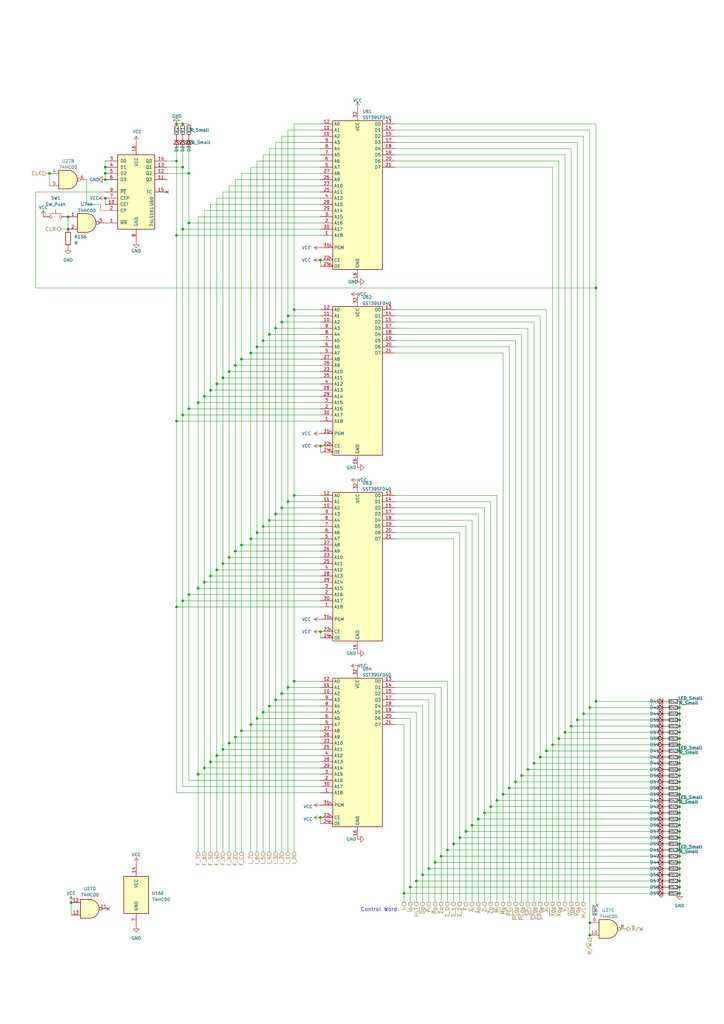
<source format=kicad_sch>
(kicad_sch (version 20230121) (generator eeschema)
  (paper "A3" portrait)
  (junction (at 43.18 81.28))
  (junction (at 244.475 118.11))
  (junction (at 91.44 154.94))
  (junction (at 86.36 160.02))
  (junction (at 278.765 333.375))
  (junction (at 96.52 302.26))
  (junction (at 74.93 170.18))
  (junction (at 120.65 279.4))
  (junction (at 77.47 167.64))
  (junction (at 77.47 243.84))
  (junction (at 115.57 208.28))
  (junction (at 173.355 358.775))
  (junction (at 278.765 363.855))
  (junction (at 198.755 333.375))
  (junction (at 241.935 378.46))
  (junction (at 278.765 307.975))
  (junction (at 43.18 71.12))
  (junction (at 278.765 338.455))
  (junction (at 219.075 313.055))
  (junction (at 221.615 310.515))
  (junction (at 72.39 96.52))
  (junction (at 131.445 335.28))
  (junction (at 118.11 205.74))
  (junction (at 74.93 93.98))
  (junction (at 96.52 149.86))
  (junction (at 239.395 292.735))
  (junction (at 278.765 348.615))
  (junction (at 93.98 228.6))
  (junction (at 211.455 320.675))
  (junction (at 72.39 172.72))
  (junction (at 234.315 297.815))
  (junction (at 93.98 152.4))
  (junction (at 115.57 132.08))
  (junction (at 81.28 165.1))
  (junction (at 83.82 162.56))
  (junction (at 77.47 91.44))
  (junction (at 278.765 328.295))
  (junction (at 229.235 302.895))
  (junction (at 72.39 66.04))
  (junction (at 193.675 338.455))
  (junction (at 278.765 295.275))
  (junction (at 74.93 50.8))
  (junction (at 105.41 142.24))
  (junction (at 83.82 314.96))
  (junction (at 168.275 363.855))
  (junction (at 178.435 353.695))
  (junction (at 86.36 236.22))
  (junction (at 278.765 302.895))
  (junction (at 99.06 223.52))
  (junction (at 43.18 73.66))
  (junction (at 86.36 312.42))
  (junction (at 226.695 305.435))
  (junction (at 216.535 315.595))
  (junction (at 118.11 129.54))
  (junction (at 77.47 71.12))
  (junction (at 93.98 304.8))
  (junction (at 131.445 182.88))
  (junction (at 165.735 366.395))
  (junction (at 88.9 233.68))
  (junction (at 206.375 325.755))
  (junction (at 278.765 292.735))
  (junction (at 278.765 343.535))
  (junction (at 72.39 248.92))
  (junction (at 102.87 297.18))
  (junction (at 88.9 309.88))
  (junction (at 43.18 68.58))
  (junction (at 213.995 318.135))
  (junction (at 99.06 147.32))
  (junction (at 278.765 330.835))
  (junction (at 244.475 287.655))
  (junction (at 278.765 300.355))
  (junction (at 81.28 317.5))
  (junction (at 278.765 366.395))
  (junction (at 99.06 299.72))
  (junction (at 175.895 356.235))
  (junction (at 29.21 370.205))
  (junction (at 278.765 361.315))
  (junction (at 278.765 356.235))
  (junction (at 278.765 310.515))
  (junction (at 118.11 281.94))
  (junction (at 105.41 294.64))
  (junction (at 186.055 346.075))
  (junction (at 107.95 215.9))
  (junction (at 278.765 315.595))
  (junction (at 180.975 351.155))
  (junction (at 278.765 318.135))
  (junction (at 113.03 287.02))
  (junction (at 278.765 290.195))
  (junction (at 91.44 307.34))
  (junction (at 102.87 220.98))
  (junction (at 231.775 300.355))
  (junction (at 81.28 241.3))
  (junction (at 278.765 340.995))
  (junction (at 241.935 383.54))
  (junction (at 83.82 238.76))
  (junction (at 74.93 68.58))
  (junction (at 224.155 307.975))
  (junction (at 241.935 290.195))
  (junction (at 278.765 358.775))
  (junction (at 110.49 213.36))
  (junction (at 170.815 361.315))
  (junction (at 105.41 218.44))
  (junction (at 278.765 313.055))
  (junction (at 88.9 157.48))
  (junction (at 278.765 335.915))
  (junction (at 27.94 93.98))
  (junction (at 96.52 226.06))
  (junction (at 91.44 231.14))
  (junction (at 120.65 203.2))
  (junction (at 278.765 346.075))
  (junction (at 278.765 323.215))
  (junction (at 188.595 343.535))
  (junction (at 278.765 297.815))
  (junction (at 131.445 259.08))
  (junction (at 113.03 210.82))
  (junction (at 27.94 88.9))
  (junction (at 278.765 305.435))
  (junction (at 278.765 320.675))
  (junction (at 131.445 106.68))
  (junction (at 183.515 348.615))
  (junction (at 107.95 139.7))
  (junction (at 201.295 330.835))
  (junction (at 278.765 325.755))
  (junction (at 203.835 328.295))
  (junction (at 208.915 323.215))
  (junction (at 278.765 353.695))
  (junction (at 74.93 246.38))
  (junction (at 110.49 137.16))
  (junction (at 278.765 351.155))
  (junction (at 236.855 295.275))
  (junction (at 107.95 292.1))
  (junction (at 191.135 340.995))
  (junction (at 102.87 144.78))
  (junction (at 113.03 134.62))
  (junction (at 72.39 50.8))
  (junction (at 110.49 289.56))
  (junction (at 120.65 127))
  (junction (at 115.57 284.48))
  (junction (at 20.32 71.12))
  (junction (at 196.215 335.915))
  (no_connect (at 44.45 372.745))
  (no_connect (at 68.58 78.74))
  (wire (pts (xy 14.605 78.74) (xy 14.605 118.11)))
  (wire (pts (xy 161.925 292.1) (xy 170.815 292.1)))
  (wire (pts (xy 278.765 333.375) (xy 278.765 335.915)))
  (wire (pts (xy 99.06 147.32) (xy 99.06 223.52)))
  (wire (pts (xy 93.98 228.6) (xy 93.98 304.8)))
  (wire (pts (xy 88.9 157.48) (xy 88.9 233.68)))
  (wire (pts (xy 102.87 68.58) (xy 131.445 68.58)))
  (wire (pts (xy 173.355 358.775) (xy 173.355 370.205)))
  (wire (pts (xy 81.28 165.1) (xy 131.445 165.1)))
  (wire (pts (xy 278.765 335.915) (xy 278.765 338.455)))
  (wire (pts (xy 278.765 330.835) (xy 278.765 333.375)))
  (wire (pts (xy 278.765 292.735) (xy 278.765 295.275)))
  (wire (pts (xy 278.765 300.355) (xy 278.765 302.895)))
  (wire (pts (xy 244.475 50.8) (xy 244.475 118.11)))
  (wire (pts (xy 99.06 223.52) (xy 99.06 299.72)))
  (wire (pts (xy 131.445 157.48) (xy 88.9 157.48)))
  (wire (pts (xy 278.765 343.535) (xy 278.765 346.075)))
  (wire (pts (xy 81.28 241.3) (xy 81.28 317.5)))
  (wire (pts (xy 91.44 154.94) (xy 131.445 154.94)))
  (wire (pts (xy 198.755 208.28) (xy 198.755 333.375)))
  (wire (pts (xy 186.055 220.98) (xy 186.055 346.075)))
  (wire (pts (xy 161.925 139.7) (xy 211.455 139.7)))
  (wire (pts (xy 211.455 139.7) (xy 211.455 320.675)))
  (wire (pts (xy 105.41 294.64) (xy 105.41 349.25)))
  (wire (pts (xy 198.755 333.375) (xy 268.605 333.375)))
  (wire (pts (xy 161.925 281.94) (xy 180.975 281.94)))
  (wire (pts (xy 107.95 215.9) (xy 107.95 292.1)))
  (wire (pts (xy 229.235 302.895) (xy 229.235 370.205)))
  (wire (pts (xy 74.93 60.96) (xy 74.93 68.58)))
  (wire (pts (xy 81.28 317.5) (xy 81.28 349.25)))
  (wire (pts (xy 29.21 370.205) (xy 29.21 375.285)))
  (wire (pts (xy 186.055 346.075) (xy 186.055 370.205)))
  (wire (pts (xy 231.775 300.355) (xy 231.775 370.205)))
  (wire (pts (xy 219.075 132.08) (xy 219.075 313.055)))
  (wire (pts (xy 91.44 231.14) (xy 131.445 231.14)))
  (wire (pts (xy 74.93 246.38) (xy 131.445 246.38)))
  (wire (pts (xy 83.82 314.96) (xy 83.82 349.25)))
  (wire (pts (xy 278.765 351.155) (xy 278.765 353.695)))
  (wire (pts (xy 278.765 290.195) (xy 278.765 292.735)))
  (wire (pts (xy 72.39 96.52) (xy 131.445 96.52)))
  (wire (pts (xy 105.41 218.44) (xy 131.445 218.44)))
  (wire (pts (xy 180.975 281.94) (xy 180.975 351.155)))
  (wire (pts (xy 278.765 287.655) (xy 278.765 290.195)))
  (wire (pts (xy 131.445 81.28) (xy 88.9 81.28)))
  (wire (pts (xy 96.52 302.26) (xy 131.445 302.26)))
  (wire (pts (xy 131.445 215.9) (xy 107.95 215.9)))
  (wire (pts (xy 120.65 279.4) (xy 120.65 349.25)))
  (wire (pts (xy 115.57 208.28) (xy 115.57 284.48)))
  (wire (pts (xy 99.06 299.72) (xy 99.06 349.25)))
  (wire (pts (xy 96.52 73.66) (xy 96.52 149.86)))
  (wire (pts (xy 102.87 297.18) (xy 131.445 297.18)))
  (wire (pts (xy 77.47 243.84) (xy 77.47 320.04)))
  (wire (pts (xy 110.49 60.96) (xy 110.49 137.16)))
  (wire (pts (xy 278.765 318.135) (xy 278.765 320.675)))
  (wire (pts (xy 113.03 287.02) (xy 131.445 287.02)))
  (wire (pts (xy 161.925 129.54) (xy 221.615 129.54)))
  (wire (pts (xy 102.87 220.98) (xy 102.87 297.18)))
  (wire (pts (xy 105.41 142.24) (xy 131.445 142.24)))
  (wire (pts (xy 113.03 287.02) (xy 113.03 349.25)))
  (wire (pts (xy 131.445 335.28) (xy 131.445 337.82)))
  (wire (pts (xy 239.395 292.735) (xy 268.605 292.735)))
  (wire (pts (xy 107.95 139.7) (xy 107.95 215.9)))
  (wire (pts (xy 201.295 330.835) (xy 201.295 370.205)))
  (wire (pts (xy 110.49 137.16) (xy 110.49 213.36)))
  (wire (pts (xy 198.755 333.375) (xy 198.755 370.205)))
  (wire (pts (xy 161.925 58.42) (xy 236.855 58.42)))
  (wire (pts (xy 219.075 313.055) (xy 268.605 313.055)))
  (wire (pts (xy 72.39 172.72) (xy 131.445 172.72)))
  (wire (pts (xy 161.925 144.78) (xy 206.375 144.78)))
  (wire (pts (xy 96.52 226.06) (xy 96.52 302.26)))
  (wire (pts (xy 118.11 129.54) (xy 118.11 205.74)))
  (wire (pts (xy 77.47 320.04) (xy 131.445 320.04)))
  (wire (pts (xy 196.215 210.82) (xy 196.215 335.915)))
  (wire (pts (xy 91.44 78.74) (xy 131.445 78.74)))
  (wire (pts (xy 278.765 356.235) (xy 278.765 358.775)))
  (wire (pts (xy 93.98 76.2) (xy 131.445 76.2)))
  (wire (pts (xy 72.39 66.04) (xy 72.39 96.52)))
  (wire (pts (xy 165.735 366.395) (xy 165.735 370.205)))
  (wire (pts (xy 14.605 118.11) (xy 244.475 118.11)))
  (wire (pts (xy 183.515 279.4) (xy 183.515 348.615)))
  (wire (pts (xy 241.935 290.195) (xy 268.605 290.195)))
  (wire (pts (xy 180.975 351.155) (xy 180.975 370.205)))
  (wire (pts (xy 213.995 318.135) (xy 213.995 370.205)))
  (wire (pts (xy 241.935 53.34) (xy 241.935 290.195)))
  (wire (pts (xy 161.925 289.56) (xy 173.355 289.56)))
  (wire (pts (xy 74.93 93.98) (xy 74.93 170.18)))
  (wire (pts (xy 219.075 313.055) (xy 219.075 370.205)))
  (wire (pts (xy 131.445 86.36) (xy 83.82 86.36)))
  (wire (pts (xy 96.52 226.06) (xy 131.445 226.06)))
  (wire (pts (xy 113.03 210.82) (xy 131.445 210.82)))
  (wire (pts (xy 77.47 91.44) (xy 77.47 167.64)))
  (wire (pts (xy 105.41 142.24) (xy 105.41 218.44)))
  (wire (pts (xy 168.275 294.64) (xy 168.275 363.855)))
  (wire (pts (xy 74.93 50.8) (xy 77.47 50.8)))
  (wire (pts (xy 221.615 129.54) (xy 221.615 310.515)))
  (wire (pts (xy 244.475 287.655) (xy 268.605 287.655)))
  (wire (pts (xy 102.87 297.18) (xy 102.87 349.25)))
  (wire (pts (xy 278.765 315.595) (xy 278.765 318.135)))
  (wire (pts (xy 170.815 361.315) (xy 268.605 361.315)))
  (wire (pts (xy 93.98 76.2) (xy 93.98 152.4)))
  (wire (pts (xy 81.28 241.3) (xy 131.445 241.3)))
  (wire (pts (xy 201.295 330.835) (xy 268.605 330.835)))
  (wire (pts (xy 120.65 50.8) (xy 131.445 50.8)))
  (wire (pts (xy 118.11 281.94) (xy 118.11 349.25)))
  (wire (pts (xy 175.895 356.235) (xy 175.895 370.205)))
  (wire (pts (xy 161.925 63.5) (xy 231.775 63.5)))
  (wire (pts (xy 170.815 292.1) (xy 170.815 361.315)))
  (wire (pts (xy 43.18 71.12) (xy 43.18 73.66)))
  (wire (pts (xy 278.765 358.775) (xy 278.765 361.315)))
  (wire (pts (xy 161.925 218.44) (xy 188.595 218.44)))
  (wire (pts (xy 24.765 93.98) (xy 27.94 93.98)))
  (wire (pts (xy 74.93 170.18) (xy 131.445 170.18)))
  (wire (pts (xy 221.615 310.515) (xy 268.605 310.515)))
  (wire (pts (xy 168.275 363.855) (xy 168.275 370.205)))
  (wire (pts (xy 226.695 305.435) (xy 226.695 370.205)))
  (wire (pts (xy 27.94 88.9) (xy 27.94 93.98)))
  (wire (pts (xy 86.36 236.22) (xy 131.445 236.22)))
  (wire (pts (xy 120.65 203.2) (xy 131.445 203.2)))
  (wire (pts (xy 175.895 287.02) (xy 175.895 356.235)))
  (wire (pts (xy 278.765 353.695) (xy 278.765 356.235)))
  (wire (pts (xy 278.765 328.295) (xy 278.765 330.835)))
  (wire (pts (xy 161.925 220.98) (xy 186.055 220.98)))
  (wire (pts (xy 231.775 63.5) (xy 231.775 300.355)))
  (wire (pts (xy 113.03 58.42) (xy 113.03 134.62)))
  (wire (pts (xy 278.765 297.815) (xy 278.765 300.355)))
  (wire (pts (xy 35.56 73.66) (xy 35.56 83.82)))
  (wire (pts (xy 206.375 144.78) (xy 206.375 325.755)))
  (wire (pts (xy 83.82 162.56) (xy 83.82 238.76)))
  (wire (pts (xy 278.765 361.315) (xy 278.765 363.855)))
  (wire (pts (xy 118.11 53.34) (xy 118.11 129.54)))
  (wire (pts (xy 113.03 210.82) (xy 113.03 287.02)))
  (wire (pts (xy 88.9 309.88) (xy 88.9 349.25)))
  (wire (pts (xy 105.41 66.04) (xy 105.41 142.24)))
  (wire (pts (xy 196.215 335.915) (xy 196.215 370.205)))
  (wire (pts (xy 41.275 86.36) (xy 41.275 83.82)))
  (wire (pts (xy 86.36 160.02) (xy 131.445 160.02)))
  (wire (pts (xy 110.49 60.96) (xy 131.445 60.96)))
  (wire (pts (xy 131.445 259.08) (xy 131.445 261.62)))
  (wire (pts (xy 102.87 68.58) (xy 102.87 144.78)))
  (wire (pts (xy 86.36 83.82) (xy 86.36 160.02)))
  (wire (pts (xy 105.41 218.44) (xy 105.41 294.64)))
  (wire (pts (xy 161.925 134.62) (xy 216.535 134.62)))
  (wire (pts (xy 234.315 297.815) (xy 268.605 297.815)))
  (wire (pts (xy 93.98 304.8) (xy 93.98 349.25)))
  (wire (pts (xy 68.58 66.04) (xy 72.39 66.04)))
  (wire (pts (xy 193.675 338.455) (xy 268.605 338.455)))
  (wire (pts (xy 224.155 307.975) (xy 268.605 307.975)))
  (wire (pts (xy 236.855 295.275) (xy 268.605 295.275)))
  (wire (pts (xy 236.855 295.275) (xy 236.855 370.205)))
  (wire (pts (xy 175.895 356.235) (xy 268.605 356.235)))
  (wire (pts (xy 278.765 325.755) (xy 278.765 328.295)))
  (wire (pts (xy 99.06 299.72) (xy 131.445 299.72)))
  (wire (pts (xy 168.275 363.855) (xy 268.605 363.855)))
  (wire (pts (xy 102.87 144.78) (xy 131.445 144.78)))
  (wire (pts (xy 77.47 60.96) (xy 77.47 71.12)))
  (wire (pts (xy 93.98 152.4) (xy 93.98 228.6)))
  (wire (pts (xy 178.435 353.695) (xy 268.605 353.695)))
  (wire (pts (xy 93.98 304.8) (xy 131.445 304.8)))
  (wire (pts (xy 120.65 279.4) (xy 131.445 279.4)))
  (wire (pts (xy 77.47 243.84) (xy 131.445 243.84)))
  (wire (pts (xy 131.445 106.68) (xy 131.445 109.22)))
  (wire (pts (xy 72.39 172.72) (xy 72.39 248.92)))
  (wire (pts (xy 81.28 317.5) (xy 131.445 317.5)))
  (wire (pts (xy 161.925 53.34) (xy 241.935 53.34)))
  (wire (pts (xy 161.925 68.58) (xy 226.695 68.58)))
  (wire (pts (xy 20.32 71.12) (xy 20.32 76.2)))
  (wire (pts (xy 278.765 307.975) (xy 278.765 310.515)))
  (wire (pts (xy 91.44 231.14) (xy 91.44 307.34)))
  (wire (pts (xy 191.135 340.995) (xy 268.605 340.995)))
  (wire (pts (xy 105.41 66.04) (xy 131.445 66.04)))
  (wire (pts (xy 68.58 68.58) (xy 74.93 68.58)))
  (wire (pts (xy 120.65 203.2) (xy 120.65 279.4)))
  (wire (pts (xy 161.925 215.9) (xy 191.135 215.9)))
  (wire (pts (xy 131.445 238.76) (xy 83.82 238.76)))
  (wire (pts (xy 201.295 205.74) (xy 201.295 330.835)))
  (wire (pts (xy 131.445 162.56) (xy 83.82 162.56)))
  (wire (pts (xy 74.93 93.98) (xy 131.445 93.98)))
  (wire (pts (xy 86.36 83.82) (xy 131.445 83.82)))
  (wire (pts (xy 72.39 50.8) (xy 74.93 50.8)))
  (wire (pts (xy 120.65 50.8) (xy 120.65 127)))
  (wire (pts (xy 203.835 328.295) (xy 268.605 328.295)))
  (wire (pts (xy 161.925 60.96) (xy 234.315 60.96)))
  (wire (pts (xy 102.87 220.98) (xy 131.445 220.98)))
  (wire (pts (xy 216.535 134.62) (xy 216.535 315.595)))
  (wire (pts (xy 211.455 320.675) (xy 211.455 370.205)))
  (wire (pts (xy 113.03 58.42) (xy 131.445 58.42)))
  (wire (pts (xy 43.18 78.74) (xy 14.605 78.74)))
  (wire (pts (xy 191.135 340.995) (xy 191.135 370.205)))
  (wire (pts (xy 239.395 55.88) (xy 239.395 292.735)))
  (wire (pts (xy 278.765 295.275) (xy 278.765 297.815)))
  (wire (pts (xy 77.47 167.64) (xy 77.47 243.84)))
  (wire (pts (xy 41.275 83.82) (xy 35.56 83.82)))
  (wire (pts (xy 131.445 314.96) (xy 83.82 314.96)))
  (wire (pts (xy 77.47 71.12) (xy 77.47 91.44)))
  (wire (pts (xy 161.925 66.04) (xy 229.235 66.04)))
  (wire (pts (xy 239.395 292.735) (xy 239.395 370.205)))
  (wire (pts (xy 110.49 137.16) (xy 131.445 137.16)))
  (wire (pts (xy 178.435 353.695) (xy 178.435 370.205)))
  (wire (pts (xy 105.41 294.64) (xy 131.445 294.64)))
  (wire (pts (xy 206.375 325.755) (xy 268.605 325.755)))
  (wire (pts (xy 278.765 363.855) (xy 278.765 366.395)))
  (wire (pts (xy 188.595 343.535) (xy 188.595 370.205)))
  (wire (pts (xy 72.39 248.92) (xy 72.39 325.12)))
  (wire (pts (xy 278.765 323.215) (xy 278.765 325.755)))
  (wire (pts (xy 183.515 348.615) (xy 268.605 348.615)))
  (wire (pts (xy 208.915 142.24) (xy 208.915 323.215)))
  (wire (pts (xy 231.775 300.355) (xy 268.605 300.355)))
  (wire (pts (xy 188.595 218.44) (xy 188.595 343.535)))
  (wire (pts (xy 96.52 73.66) (xy 131.445 73.66)))
  (wire (pts (xy 43.18 81.28) (xy 43.18 83.82)))
  (wire (pts (xy 88.9 81.28) (xy 88.9 157.48)))
  (wire (pts (xy 221.615 310.515) (xy 221.615 370.205)))
  (wire (pts (xy 43.18 66.04) (xy 43.18 68.58)))
  (wire (pts (xy 183.515 279.4) (xy 161.925 279.4)))
  (wire (pts (xy 86.36 312.42) (xy 86.36 349.25)))
  (wire (pts (xy 188.595 343.535) (xy 268.605 343.535)))
  (wire (pts (xy 161.925 132.08) (xy 219.075 132.08)))
  (wire (pts (xy 224.155 307.975) (xy 224.155 370.205)))
  (wire (pts (xy 203.835 328.295) (xy 203.835 370.205)))
  (wire (pts (xy 110.49 289.56) (xy 131.445 289.56)))
  (wire (pts (xy 93.98 228.6) (xy 131.445 228.6)))
  (wire (pts (xy 196.215 335.915) (xy 268.605 335.915)))
  (wire (pts (xy 96.52 302.26) (xy 96.52 349.25)))
  (wire (pts (xy 278.765 313.055) (xy 278.765 315.595)))
  (wire (pts (xy 241.935 290.195) (xy 241.935 378.46)))
  (wire (pts (xy 131.445 182.88) (xy 131.445 185.42)))
  (wire (pts (xy 178.435 284.48) (xy 178.435 353.695)))
  (wire (pts (xy 110.49 213.36) (xy 131.445 213.36)))
  (wire (pts (xy 93.98 152.4) (xy 131.445 152.4)))
  (wire (pts (xy 234.315 297.815) (xy 234.315 370.205)))
  (wire (pts (xy 115.57 132.08) (xy 131.445 132.08)))
  (wire (pts (xy 118.11 129.54) (xy 131.445 129.54)))
  (wire (pts (xy 72.39 66.04) (xy 72.39 60.96)))
  (wire (pts (xy 96.52 149.86) (xy 96.52 226.06)))
  (wire (pts (xy 115.57 284.48) (xy 131.445 284.48)))
  (wire (pts (xy 74.93 322.58) (xy 131.445 322.58)))
  (wire (pts (xy 43.18 68.58) (xy 43.18 71.12)))
  (wire (pts (xy 115.57 55.88) (xy 131.445 55.88)))
  (wire (pts (xy 74.93 246.38) (xy 74.93 322.58)))
  (wire (pts (xy 193.675 338.455) (xy 193.675 370.205)))
  (wire (pts (xy 131.445 292.1) (xy 107.95 292.1)))
  (wire (pts (xy 244.475 118.11) (xy 244.475 287.655)))
  (wire (pts (xy 118.11 205.74) (xy 131.445 205.74)))
  (wire (pts (xy 115.57 284.48) (xy 115.57 349.25)))
  (wire (pts (xy 180.975 351.155) (xy 268.605 351.155)))
  (wire (pts (xy 74.93 68.58) (xy 74.93 93.98)))
  (wire (pts (xy 236.855 58.42) (xy 236.855 295.275)))
  (wire (pts (xy 96.52 149.86) (xy 131.445 149.86)))
  (wire (pts (xy 278.765 305.435) (xy 278.765 307.975)))
  (wire (pts (xy 118.11 53.34) (xy 131.445 53.34)))
  (wire (pts (xy 161.925 142.24) (xy 208.915 142.24)))
  (wire (pts (xy 102.87 144.78) (xy 102.87 220.98)))
  (wire (pts (xy 191.135 215.9) (xy 191.135 340.995)))
  (wire (pts (xy 131.445 139.7) (xy 107.95 139.7)))
  (wire (pts (xy 113.03 134.62) (xy 113.03 210.82)))
  (wire (pts (xy 244.475 287.655) (xy 244.475 370.84)))
  (wire (pts (xy 208.915 323.215) (xy 208.915 370.205)))
  (wire (pts (xy 170.815 361.315) (xy 170.815 370.205)))
  (wire (pts (xy 91.44 78.74) (xy 91.44 154.94)))
  (wire (pts (xy 229.235 66.04) (xy 229.235 302.895)))
  (wire (pts (xy 113.03 134.62) (xy 131.445 134.62)))
  (wire (pts (xy 131.445 63.5) (xy 107.95 63.5)))
  (wire (pts (xy 107.95 63.5) (xy 107.95 139.7)))
  (wire (pts (xy 186.055 346.075) (xy 268.605 346.075)))
  (wire (pts (xy 208.915 323.215) (xy 268.605 323.215)))
  (wire (pts (xy 161.925 297.18) (xy 165.735 297.18)))
  (wire (pts (xy 245.745 370.84) (xy 244.475 370.84)))
  (wire (pts (xy 161.925 213.36) (xy 193.675 213.36)))
  (wire (pts (xy 99.06 71.12) (xy 131.445 71.12)))
  (wire (pts (xy 165.735 297.18) (xy 165.735 366.395)))
  (wire (pts (xy 86.36 160.02) (xy 86.36 236.22)))
  (wire (pts (xy 91.44 307.34) (xy 91.44 349.25)))
  (wire (pts (xy 213.995 137.16) (xy 213.995 318.135)))
  (wire (pts (xy 120.65 127) (xy 120.65 203.2)))
  (wire (pts (xy 19.05 71.12) (xy 20.32 71.12)))
  (wire (pts (xy 241.935 378.46) (xy 241.935 383.54)))
  (wire (pts (xy 161.925 287.02) (xy 175.895 287.02)))
  (wire (pts (xy 173.355 289.56) (xy 173.355 358.775)))
  (wire (pts (xy 91.44 307.34) (xy 131.445 307.34)))
  (wire (pts (xy 224.155 127) (xy 224.155 307.975)))
  (wire (pts (xy 86.36 312.42) (xy 131.445 312.42)))
  (wire (pts (xy 99.06 71.12) (xy 99.06 147.32)))
  (wire (pts (xy 211.455 320.675) (xy 268.605 320.675)))
  (wire (pts (xy 278.765 348.615) (xy 278.765 351.155)))
  (wire (pts (xy 278.765 338.455) (xy 278.765 340.995)))
  (wire (pts (xy 173.355 358.775) (xy 268.605 358.775)))
  (wire (pts (xy 118.11 281.94) (xy 131.445 281.94)))
  (wire (pts (xy 107.95 292.1) (xy 107.95 349.25)))
  (wire (pts (xy 77.47 167.64) (xy 131.445 167.64)))
  (wire (pts (xy 161.925 203.2) (xy 203.835 203.2)))
  (wire (pts (xy 91.44 154.94) (xy 91.44 231.14)))
  (wire (pts (xy 81.28 88.9) (xy 131.445 88.9)))
  (wire (pts (xy 72.39 325.12) (xy 131.445 325.12)))
  (wire (pts (xy 161.925 127) (xy 224.155 127)))
  (wire (pts (xy 131.445 233.68) (xy 88.9 233.68)))
  (wire (pts (xy 183.515 348.615) (xy 183.515 370.205)))
  (wire (pts (xy 193.675 213.36) (xy 193.675 338.455)))
  (wire (pts (xy 77.47 91.44) (xy 131.445 91.44)))
  (wire (pts (xy 278.765 340.995) (xy 278.765 343.535)))
  (wire (pts (xy 83.82 86.36) (xy 83.82 162.56)))
  (wire (pts (xy 216.535 315.595) (xy 268.605 315.595)))
  (wire (pts (xy 81.28 165.1) (xy 81.28 241.3)))
  (wire (pts (xy 203.835 203.2) (xy 203.835 328.295)))
  (wire (pts (xy 72.39 96.52) (xy 72.39 172.72)))
  (wire (pts (xy 88.9 233.68) (xy 88.9 309.88)))
  (wire (pts (xy 278.765 302.895) (xy 278.765 305.435)))
  (wire (pts (xy 74.93 170.18) (xy 74.93 246.38)))
  (wire (pts (xy 229.235 302.895) (xy 268.605 302.895)))
  (wire (pts (xy 115.57 132.08) (xy 115.57 208.28)))
  (wire (pts (xy 278.765 310.515) (xy 278.765 313.055)))
  (wire (pts (xy 81.28 88.9) (xy 81.28 165.1)))
  (wire (pts (xy 110.49 289.56) (xy 110.49 349.25)))
  (wire (pts (xy 234.315 60.96) (xy 234.315 297.815)))
  (wire (pts (xy 213.995 318.135) (xy 268.605 318.135)))
  (wire (pts (xy 161.925 50.8) (xy 244.475 50.8)))
  (wire (pts (xy 196.215 210.82) (xy 161.925 210.82)))
  (wire (pts (xy 278.765 320.675) (xy 278.765 323.215)))
  (wire (pts (xy 99.06 223.52) (xy 131.445 223.52)))
  (wire (pts (xy 226.695 305.435) (xy 268.605 305.435)))
  (wire (pts (xy 278.765 346.075) (xy 278.765 348.615)))
  (wire (pts (xy 161.925 205.74) (xy 201.295 205.74)))
  (wire (pts (xy 43.18 86.36) (xy 41.275 86.36)))
  (wire (pts (xy 161.925 55.88) (xy 239.395 55.88)))
  (wire (pts (xy 120.65 127) (xy 131.445 127)))
  (wire (pts (xy 161.925 208.28) (xy 198.755 208.28)))
  (wire (pts (xy 161.925 294.64) (xy 168.275 294.64)))
  (wire (pts (xy 216.535 315.595) (xy 216.535 370.205)))
  (wire (pts (xy 131.445 309.88) (xy 88.9 309.88)))
  (wire (pts (xy 99.06 147.32) (xy 131.445 147.32)))
  (wire (pts (xy 115.57 208.28) (xy 131.445 208.28)))
  (wire (pts (xy 161.925 137.16) (xy 213.995 137.16)))
  (wire (pts (xy 226.695 68.58) (xy 226.695 305.435)))
  (wire (pts (xy 115.57 55.88) (xy 115.57 132.08)))
  (wire (pts (xy 72.39 248.92) (xy 131.445 248.92)))
  (wire (pts (xy 86.36 236.22) (xy 86.36 312.42)))
  (wire (pts (xy 118.11 205.74) (xy 118.11 281.94)))
  (wire (pts (xy 165.735 366.395) (xy 268.605 366.395)))
  (wire (pts (xy 178.435 284.48) (xy 161.925 284.48)))
  (wire (pts (xy 83.82 238.76) (xy 83.82 314.96)))
  (wire (pts (xy 68.58 71.12) (xy 77.47 71.12)))
  (wire (pts (xy 241.935 383.54) (xy 241.935 384.81)))
  (wire (pts (xy 110.49 213.36) (xy 110.49 289.56)))
  (wire (pts (xy 206.375 325.755) (xy 206.375 370.205)))
  (text "Control Word\n" (at 147.955 374.015 0) (effects (font (size 1.524 1.524)) (justify left bottom)))
  (label "~{RMS}" (at 245.745 370.84 270) (effects (font (size 1.524 1.524))))
  (hierarchical_label "~{M_{I}}" (shape output) (at 203.835 370.205 270) (effects (font (size 1.524 1.524))))
  (hierarchical_label "I_6" (shape input) (at 105.41 349.25 270) (effects (font (size 1.524 1.524))))
  (hierarchical_label "F_V" (shape input) (at 91.44 349.25 270) (effects (font (size 1.524 1.524))))
  (hierarchical_label "~{Y_{I}}" (shape output) (at 231.775 370.205 270) (effects (font (size 1.524 1.524))))
  (hierarchical_label "R{slash}~{W}" (shape output) (at 241.935 384.81 270) (effects (font (size 1.524 1.524))))
  (hierarchical_label "~{P}_{O}" (shape output) (at 178.435 370.205 270) (effects (font (size 1.524 1.524))))
  (hierarchical_label "~{X_{Oa}}" (shape output) (at 229.235 370.205 270) (effects (font (size 1.524 1.524))))
  (hierarchical_label "~{I}_{O}" (shape output) (at 168.275 370.205 270) (effects (font (size 1.524 1.524))))
  (hierarchical_label "CLK" (shape input) (at 19.05 71.12 180) (effects (font (size 1.524 1.524))))
  (hierarchical_label "~{R}{slash}W" (shape output) (at 257.175 381 0) (effects (font (size 1.524 1.524))))
  (hierarchical_label "CLR" (shape output) (at 24.765 93.98 180) (effects (font (size 1.524 1.524))))
  (hierarchical_label "~{A}_{I}" (shape output) (at 193.675 370.205 270) (effects (font (size 1.524 1.524))))
  (hierarchical_label "F_N" (shape input) (at 93.98 349.25 270) (effects (font (size 1.524 1.524))))
  (hierarchical_label "F_Z" (shape input) (at 96.52 349.25 270) (effects (font (size 1.524 1.524))))
  (hierarchical_label "I_2" (shape input) (at 115.57 349.25 270) (effects (font (size 1.524 1.524))))
  (hierarchical_label "I_5" (shape input) (at 107.95 349.25 270) (effects (font (size 1.524 1.524))))
  (hierarchical_label "F_4" (shape input) (at 88.9 349.25 270) (effects (font (size 1.524 1.524))))
  (hierarchical_label "~{Y_{Od}}" (shape output) (at 234.315 370.205 270) (effects (font (size 1.524 1.524))))
  (hierarchical_label "~{X_{I}}" (shape output) (at 224.155 370.205 270) (effects (font (size 1.524 1.524))))
  (hierarchical_label "Z_{I}" (shape output) (at 198.755 370.205 270) (effects (font (size 1.524 1.524))))
  (hierarchical_label "~{X_{Od}}" (shape output) (at 226.695 370.205 270) (effects (font (size 1.524 1.524))))
  (hierarchical_label "F_5" (shape input) (at 86.36 349.25 270) (effects (font (size 1.524 1.524))))
  (hierarchical_label "F_7" (shape input) (at 81.28 349.25 270) (effects (font (size 1.524 1.524))))
  (hierarchical_label "~{F}" (shape output) (at 191.135 370.205 270) (effects (font (size 1.524 1.524))))
  (hierarchical_label "Σ_2" (shape output) (at 188.595 370.205 270) (effects (font (size 1.524 1.524))))
  (hierarchical_label "~{P}_{I}" (shape output) (at 175.895 370.205 270) (effects (font (size 1.524 1.524))))
  (hierarchical_label "~{D_{O}}" (shape output) (at 173.355 370.205 270) (effects (font (size 1.524 1.524))))
  (hierarchical_label "~{SP_{Oa}}" (shape output) (at 221.615 370.205 270) (effects (font (size 1.524 1.524))))
  (hierarchical_label "~{Y_{Oa}}" (shape output) (at 236.855 370.205 270) (effects (font (size 1.524 1.524))))
  (hierarchical_label "I_7" (shape input) (at 102.87 349.25 270) (effects (font (size 1.524 1.524))))
  (hierarchical_label "~{Z}_{O}" (shape output) (at 201.295 370.205 270) (effects (font (size 1.524 1.524))))
  (hierarchical_label "~{I}_{I}" (shape output) (at 165.735 370.205 270) (effects (font (size 1.524 1.524))))
  (hierarchical_label "I_1" (shape input) (at 118.11 349.25 270) (effects (font (size 1.524 1.524))))
  (hierarchical_label "I_3" (shape input) (at 113.03 349.25 270) (effects (font (size 1.524 1.524))))
  (hierarchical_label "~{A}_{O}" (shape output) (at 196.215 370.205 270) (effects (font (size 1.524 1.524))))
  (hierarchical_label "F_6" (shape input) (at 83.82 349.25 270) (effects (font (size 1.524 1.524))))
  (hierarchical_label "~{M_{O}}" (shape output) (at 206.375 370.205 270) (effects (font (size 1.524 1.524))))
  (hierarchical_label "HLT" (shape output) (at 170.815 370.205 270) (effects (font (size 1.524 1.524))))
  (hierarchical_label "Σ_0" (shape output) (at 183.515 370.205 270) (effects (font (size 1.524 1.524))))
  (hierarchical_label "~{SP_{I}}" (shape output) (at 216.535 370.205 270) (effects (font (size 1.524 1.524))))
  (hierarchical_label "I_0" (shape input) (at 120.65 349.25 270) (effects (font (size 1.524 1.524))))
  (hierarchical_label "~{PC_{Od}}" (shape output) (at 211.455 370.205 270) (effects (font (size 1.524 1.524))))
  (hierarchical_label "F_C" (shape input) (at 99.06 349.25 270) (effects (font (size 1.524 1.524))))
  (hierarchical_label "Σ_1" (shape output) (at 186.055 370.205 270) (effects (font (size 1.524 1.524))))
  (hierarchical_label "I_4" (shape input) (at 110.49 349.25 270) (effects (font (size 1.524 1.524))))
  (hierarchical_label "~{PC_{I}}" (shape output) (at 208.915 370.205 270) (effects (font (size 1.524 1.524))))
  (hierarchical_label "~{PC_{Oa}}" (shape output) (at 213.995 370.205 270) (effects (font (size 1.524 1.524))))
  (hierarchical_label "~{SP_{Od}}" (shape output) (at 219.075 370.205 270) (effects (font (size 1.524 1.524))))
  (hierarchical_label "H{slash}~{L}" (shape output) (at 239.395 370.205 270) (effects (font (size 1.524 1.524))))
  (hierarchical_label "~{Σ}_{O}" (shape output) (at 180.975 370.205 270) (effects (font (size 1.524 1.524))))
  (symbol (lib_id "74xx:74LS161") (at 55.88 78.74 0) (unit 1)
    (property "Reference" "U60" (at 62.23 82.55 90))
    (property "Value" "74LS161" (at 62.23 88.9 90))
    (property "Datasheet" "http://www.ti.com/lit/gpn/sn74LS161" (effects hide))
  )
  (symbol (lib_id "power:GND") (at 55.88 99.06 0) (unit 1)
    (property "Reference" "#PWR0187" (effects hide))
    (property "Value" "GND" (at 55.88 102.87 0))
  )
  (symbol (lib_id "power:VCC") (at 55.88 58.42 0) (unit 1)
    (property "Reference" "#PWR0186" (effects hide))
    (property "Value" "VCC" (at 56.261 54.0258 0))
  )
  (symbol (lib_id "power:VCC") (at 43.18 81.28 90) (unit 1)
    (property "Reference" "#PWR0185" (effects hide))
    (property "Value" "VCC" (at 38.735 81.28 90))
  )
  (symbol (lib_id "Device:R_Small") (at 276.225 351.155 90) (unit 1)
    (property "Reference" "R45" (at 276.225 351.155 90))
    (property "Value" "R_Small" (at 282.575 349.25 90))
    (instances (project "8bit-computer" (path "" (reference "R45") (unit 1)) (path "" (reference "R128") (unit 1))))
  )
  (symbol (lib_id "Memory_Flash:SST39SF040") (at 146.685 81.28 0) (unit 1)
    (property "Reference" "U61" (at 148.6409 45.72 0) (effects (justify left)))
    (property "Value" "SST39SF040" (at 148.6409 48.26 0) (effects (justify left)))
    (property "Datasheet" "http://ww1.microchip.com/downloads/en/DeviceDoc/25022B.pdf" (effects hide))
  )
  (symbol (lib_id "Device:R_Small") (at 276.225 363.855 90) (unit 1)
    (property "Reference" "R63" (at 276.225 363.855 90))
    (property "Value" "R_Small" (at 282.575 349.25 90))
    (instances (project "8bit-computer" (path "" (reference "R63") (unit 1)) (path "" (reference "R133") (unit 1))))
  )
  (symbol (lib_id "Device:LED_Small") (at 271.145 363.855 180) (unit 1)
    (property "Reference" "D58" (at 268.5415 363.855 0))
    (property "Value" "LED_Small" (at 283.1465 347.345 0))
    (instances (project "8bit-computer" (path "" (reference "D58") (unit 1)) (path "" (reference "D124") (unit 1))))
  )
  (symbol (lib_id "power:GND") (at 278.765 366.395 0) (unit 1)
    (property "Reference" "#PWR0205" (effects hide))
    (property "Value" "GND" (at 278.765 371.475 0))
  )
  (symbol (lib_id "Device:R_Small") (at 276.225 302.895 90) (unit 1)
    (property "Reference" "R63" (at 276.225 302.895 90))
    (property "Value" "R_Small" (at 282.575 288.29 90))
    (instances (project "8bit-computer" (path "" (reference "R63") (unit 1)) (path "" (reference "R109") (unit 1))))
  )
  (symbol (lib_id "Device:LED_Small") (at 271.145 356.235 180) (unit 1)
    (property "Reference" "D55" (at 268.5415 356.235 0))
    (property "Value" "LED_Small" (at 283.1465 347.345 0))
    (instances (project "8bit-computer" (path "" (reference "D55") (unit 1)) (path "" (reference "D121") (unit 1))))
  )
  (symbol (lib_id "power:VCC") (at 131.445 106.68 90) (unit 1)
    (property "Reference" "#PWR0190" (effects hide))
    (property "Value" "VCC" (at 127.635 106.6799 90) (effects (justify left)))
  )
  (symbol (lib_id "Device:R_Small") (at 276.225 328.295 90) (unit 1)
    (property "Reference" "R42" (at 276.225 328.295 90))
    (property "Value" "R_Small" (at 282.575 328.93 90))
    (instances (project "8bit-computer" (path "" (reference "R42") (unit 1)) (path "" (reference "R119") (unit 1))))
  )
  (symbol (lib_id "Device:R_Small") (at 276.225 335.915 90) (unit 1)
    (property "Reference" "R60" (at 276.225 335.915 90))
    (property "Value" "R_Small" (at 282.575 328.93 90))
    (instances (project "8bit-computer" (path "" (reference "R60") (unit 1)) (path "" (reference "R122") (unit 1))))
  )
  (symbol (lib_id "power:GND") (at 146.685 191.77 90) (unit 1)
    (property "Reference" "#PWR0200" (effects hide))
    (property "Value" "GND" (at 144.145 191.77 90))
  )
  (symbol (lib_id "Device:LED_Small") (at 271.145 297.815 180) (unit 1)
    (property "Reference" "D56" (at 268.5415 297.815 0))
    (property "Value" "LED_Small" (at 283.1465 286.385 0))
    (instances (project "8bit-computer" (path "" (reference "D56") (unit 1)) (path "" (reference "D98") (unit 1))))
  )
  (symbol (lib_id "Device:LED_Small") (at 77.47 58.42 270) (unit 1)
    (property "Reference" "D3" (at 77.47 61.0235 0))
    (property "Value" "LED_Small" (at 81.3435 58.42 90))
    (instances (project "8bit-computer" (path "" (reference "D3") (unit 1)) (path "" (reference "D93") (unit 1))))
  )
  (symbol (lib_id "power:VCC") (at 131.445 177.8 90) (unit 1)
    (property "Reference" "#PWR0191" (effects hide))
    (property "Value" "VCC" (at 127.635 177.7999 90) (effects (justify left)))
  )
  (symbol (lib_id "Device:R_Small") (at 276.225 323.215 90) (unit 1)
    (property "Reference" "R63" (at 276.225 323.215 90))
    (property "Value" "R_Small" (at 282.575 308.61 90))
    (instances (project "8bit-computer" (path "" (reference "R63") (unit 1)) (path "" (reference "R117") (unit 1))))
  )
  (symbol (lib_id "power:VCC") (at 131.445 259.08 90) (unit 1)
    (property "Reference" "#PWR0194" (effects hide))
    (property "Value" "VCC" (at 127.635 259.0799 90) (effects (justify left)))
  )
  (symbol (lib_id "Device:R_Small") (at 276.225 315.595 90) (unit 1)
    (property "Reference" "R60" (at 276.225 315.595 90))
    (property "Value" "R_Small" (at 282.575 308.61 90))
    (instances (project "8bit-computer" (path "" (reference "R60") (unit 1)) (path "" (reference "R114") (unit 1))))
  )
  (symbol (lib_id "Device:LED_Small") (at 271.145 315.595 180) (unit 1)
    (property "Reference" "D55" (at 268.5415 315.595 0))
    (property "Value" "LED_Small" (at 283.1465 306.705 0))
    (instances (project "8bit-computer" (path "" (reference "D55") (unit 1)) (path "" (reference "D105") (unit 1))))
  )
  (symbol (lib_id "Device:LED_Small") (at 271.145 335.915 180) (unit 1)
    (property "Reference" "D55" (at 268.5415 335.915 0))
    (property "Value" "LED_Small" (at 283.1465 327.025 0))
    (instances (project "8bit-computer" (path "" (reference "D55") (unit 1)) (path "" (reference "D113") (unit 1))))
  )
  (symbol (lib_id "Device:R_Small") (at 276.225 340.995 90) (unit 1)
    (property "Reference" "R62" (at 276.225 340.995 90))
    (property "Value" "R_Small" (at 282.575 328.93 90))
    (instances (project "8bit-computer" (path "" (reference "R62") (unit 1)) (path "" (reference "R124") (unit 1))))
  )
  (symbol (lib_id "74xx:74HC00") (at 36.83 372.745 0) (unit 4)
    (property "Reference" "U27" (at 36.8217 364.49 0))
    (property "Value" "74HC00" (at 36.8217 367.03 0))
    (property "Datasheet" "http://www.ti.com/lit/gpn/sn74hc00" (effects hide))
  )
  (symbol (lib_id "Device:R") (at 27.94 97.79 0) (unit 1)
    (property "Reference" "R156" (at 30.48 97.155 0) (effects (justify left)))
    (property "Value" "R" (at 30.48 99.695 0) (effects (justify left)))
  )
  (symbol (lib_id "Device:LED_Small") (at 271.145 287.655 180) (unit 1)
    (property "Reference" "D41" (at 268.5415 287.655 0))
    (property "Value" "LED_Small" (at 283.1465 286.385 0))
    (instances (project "8bit-computer" (path "" (reference "D41") (unit 1)) (path "" (reference "D94") (unit 1))))
  )
  (symbol (lib_id "Device:LED_Small") (at 271.145 353.695 180) (unit 1)
    (property "Reference" "D44" (at 268.5415 353.695 0))
    (property "Value" "LED_Small" (at 283.1465 347.345 0))
    (instances (project "8bit-computer" (path "" (reference "D44") (unit 1)) (path "" (reference "D120") (unit 1))))
  )
  (symbol (lib_id "Device:R_Small") (at 276.225 343.535 90) (unit 1)
    (property "Reference" "R63" (at 276.225 343.535 90))
    (property "Value" "R_Small" (at 282.575 328.93 90))
    (instances (project "8bit-computer" (path "" (reference "R63") (unit 1)) (path "" (reference "R125") (unit 1))))
  )
  (symbol (lib_id "Device:R_Small") (at 276.225 297.815 90) (unit 1)
    (property "Reference" "R61" (at 276.225 297.815 90))
    (property "Value" "R_Small" (at 282.575 288.29 90))
    (instances (project "8bit-computer" (path "" (reference "R61") (unit 1)) (path "" (reference "R107") (unit 1))))
  )
  (symbol (lib_id "Memory_Flash:SST39SF040") (at 146.685 309.88 0) (unit 1)
    (property "Reference" "U64" (at 148.6409 274.32 0) (effects (justify left)))
    (property "Value" "SST39SF040" (at 148.6409 276.86 0) (effects (justify left)))
    (property "Datasheet" "http://ww1.microchip.com/downloads/en/DeviceDoc/25022B.pdf" (effects hide))
  )
  (symbol (lib_id "power:VCC") (at 131.445 101.6 90) (unit 1)
    (property "Reference" "#PWR0189" (effects hide))
    (property "Value" "VCC" (at 127.635 101.5999 90) (effects (justify left)))
  )
  (symbol (lib_id "Device:LED_Small") (at 271.145 325.755 180) (unit 1)
    (property "Reference" "D59" (at 268.5415 325.755 0))
    (property "Value" "LED_Small" (at 283.1465 306.705 0))
    (instances (project "8bit-computer" (path "" (reference "D59") (unit 1)) (path "" (reference "D109") (unit 1))))
  )
  (symbol (lib_id "power:VCC") (at 131.445 330.2 90) (unit 1)
    (property "Reference" "#PWR0195" (effects hide))
    (property "Value" "VCC" (at 128.27 330.835 90) (effects (justify left)))
  )
  (symbol (lib_id "74xx:74HC00") (at 27.94 73.66 0) (unit 2)
    (property "Reference" "U27" (at 27.9317 66.04 0))
    (property "Value" "74HC00" (at 27.9317 68.58 0))
    (property "Datasheet" "http://www.ti.com/lit/gpn/sn74hc00" (effects hide))
  )
  (symbol (lib_id "Device:LED_Small") (at 271.145 340.995 180) (unit 1)
    (property "Reference" "D57" (at 268.5415 340.995 0))
    (property "Value" "LED_Small" (at 283.1465 327.025 0))
    (instances (project "8bit-computer" (path "" (reference "D57") (unit 1)) (path "" (reference "D115") (unit 1))))
  )
  (symbol (lib_id "Device:R_Small") (at 276.225 318.135 90) (unit 1)
    (property "Reference" "R61" (at 276.225 318.135 90))
    (property "Value" "R_Small" (at 282.575 308.61 90))
    (instances (project "8bit-computer" (path "" (reference "R61") (unit 1)) (path "" (reference "R115") (unit 1))))
  )
  (symbol (lib_id "power:GND") (at 146.685 115.57 90) (unit 1)
    (property "Reference" "#PWR0198" (effects hide))
    (property "Value" "GND" (at 144.78 115.57 90))
  )
  (symbol (lib_id "power:VCC") (at 17.78 88.9 0) (unit 1)
    (property "Reference" "#PWR0244" (effects hide))
    (property "Value" "VCC" (at 17.78 85.09 0))
  )
  (symbol (lib_id "Device:R_Small") (at 276.225 313.055 90) (unit 1)
    (property "Reference" "R49" (at 276.225 313.055 90))
    (property "Value" "R_Small" (at 282.575 308.61 90))
    (instances (project "8bit-computer" (path "" (reference "R49") (unit 1)) (path "" (reference "R113") (unit 1))))
  )
  (symbol (lib_id "Device:R_Small") (at 276.225 346.075 90) (unit 1)
    (property "Reference" "R64" (at 276.225 346.075 90))
    (property "Value" "R_Small" (at 282.575 328.93 90))
    (instances (project "8bit-computer" (path "" (reference "R64") (unit 1)) (path "" (reference "R126") (unit 1))))
  )
  (symbol (lib_id "Device:LED_Small") (at 72.39 58.42 270) (unit 1)
    (property "Reference" "D1" (at 72.39 61.0235 0))
    (property "Value" "LED_Small" (effects hide))
    (instances (project "8bit-computer" (path "" (reference "D1") (unit 1)) (path "" (reference "D91") (unit 1))))
  )
  (symbol (lib_id "Device:R_Small") (at 276.225 356.235 90) (unit 1)
    (property "Reference" "R60" (at 276.225 356.235 90))
    (property "Value" "R_Small" (at 282.575 349.25 90))
    (instances (project "8bit-computer" (path "" (reference "R60") (unit 1)) (path "" (reference "R130") (unit 1))))
  )
  (symbol (lib_id "Device:LED_Small") (at 271.145 348.615 180) (unit 1)
    (property "Reference" "D41" (at 268.5415 348.615 0))
    (property "Value" "LED_Small" (at 283.1465 347.345 0))
    (instances (project "8bit-computer" (path "" (reference "D41") (unit 1)) (path "" (reference "D118") (unit 1))))
  )
  (symbol (lib_id "Device:LED_Small") (at 271.145 320.675 180) (unit 1)
    (property "Reference" "D57" (at 268.5415 320.675 0))
    (property "Value" "LED_Small" (at 283.1465 306.705 0))
    (instances (project "8bit-computer" (path "" (reference "D57") (unit 1)) (path "" (reference "D107") (unit 1))))
  )
  (symbol (lib_id "Device:LED_Small") (at 271.145 338.455 180) (unit 1)
    (property "Reference" "D56" (at 268.5415 338.455 0))
    (property "Value" "LED_Small" (at 283.1465 327.025 0))
    (instances (project "8bit-computer" (path "" (reference "D56") (unit 1)) (path "" (reference "D114") (unit 1))))
  )
  (symbol (lib_id "Device:LED_Small") (at 271.145 305.435 180) (unit 1)
    (property "Reference" "D59" (at 268.5415 305.435 0))
    (property "Value" "LED_Small" (at 283.1465 286.385 0))
    (instances (project "8bit-computer" (path "" (reference "D59") (unit 1)) (path "" (reference "D101") (unit 1))))
  )
  (symbol (lib_id "power:GND") (at 146.685 267.97 90) (unit 1)
    (property "Reference" "#PWR0202" (effects hide))
    (property "Value" "GND" (at 144.145 267.97 90))
  )
  (symbol (lib_id "Device:LED_Small") (at 271.145 346.075 180) (unit 1)
    (property "Reference" "D59" (at 268.5415 346.075 0))
    (property "Value" "LED_Small" (at 283.1465 327.025 0))
    (instances (project "8bit-computer" (path "" (reference "D59") (unit 1)) (path "" (reference "D117") (unit 1))))
  )
  (symbol (lib_id "power:VCC") (at 29.21 370.205 0) (unit 1)
    (property "Reference" "#PWR0249" (effects hide))
    (property "Value" "VCC" (at 29.21 366.395 0))
  )
  (symbol (lib_id "Device:LED_Small") (at 271.145 333.375 180) (unit 1)
    (property "Reference" "D44" (at 268.5415 333.375 0))
    (property "Value" "LED_Small" (at 283.1465 327.025 0))
    (instances (project "8bit-computer" (path "" (reference "D44") (unit 1)) (path "" (reference "D112") (unit 1))))
  )
  (symbol (lib_id "Device:R_Small") (at 276.225 300.355 90) (unit 1)
    (property "Reference" "R62" (at 276.225 300.355 90))
    (property "Value" "R_Small" (at 282.575 288.29 90))
    (instances (project "8bit-computer" (path "" (reference "R62") (unit 1)) (path "" (reference "R108") (unit 1))))
  )
  (symbol (lib_id "Device:LED_Small") (at 271.145 366.395 180) (unit 1)
    (property "Reference" "D59" (at 268.5415 366.395 0))
    (property "Value" "LED_Small" (at 283.1465 347.345 0))
    (instances (project "8bit-computer" (path "" (reference "D59") (unit 1)) (path "" (reference "D125") (unit 1))))
  )
  (symbol (lib_id "74xx:74HC00") (at 35.56 91.44 0) (unit 1)
    (property "Reference" "U74" (at 35.5517 83.82 0))
    (property "Value" "74HC00" (at 35.5517 86.36 0))
    (property "Datasheet" "http://www.ti.com/lit/gpn/sn74hc00" (effects hide))
  )
  (symbol (lib_id "Device:LED_Small") (at 271.145 307.975 180) (unit 1)
    (property "Reference" "D41" (at 268.5415 307.975 0))
    (property "Value" "LED_Small" (at 283.1465 306.705 0))
    (instances (project "8bit-computer" (path "" (reference "D41") (unit 1)) (path "" (reference "D102") (unit 1))))
  )
  (symbol (lib_id "Device:R_Small") (at 74.93 53.34 180) (unit 1)
    (property "Reference" "R1" (at 74.93 53.34 90))
    (property "Value" "R_Small" (at 81.915 53.34 0))
    (instances (project "8bit-computer" (path "" (reference "R1") (unit 1)) (path "" (reference "R101") (unit 1))))
  )
  (symbol (lib_id "power:VCC") (at 55.88 354.33 0) (unit 1)
    (property "Reference" "#PWR0246" (effects hide))
    (property "Value" "VCC" (at 55.88 350.52 0))
  )
  (symbol (lib_id "power:GND") (at 55.88 379.73 0) (unit 1)
    (property "Reference" "#PWR0247" (effects hide))
    (property "Value" "GND" (at 55.88 384.81 0))
  )
  (symbol (lib_id "Device:LED_Small") (at 271.145 323.215 180) (unit 1)
    (property "Reference" "D58" (at 268.5415 323.215 0))
    (property "Value" "LED_Small" (at 283.1465 306.705 0))
    (instances (project "8bit-computer" (path "" (reference "D58") (unit 1)) (path "" (reference "D108") (unit 1))))
  )
  (symbol (lib_id "Switch:SW_Push") (at 22.86 88.9 0) (unit 1)
    (property "Reference" "SW1" (at 22.86 81.28 0))
    (property "Value" "SW_Push" (at 22.86 83.82 0))
    (instances (project "8bit-computer" (path "" (reference "SW1") (unit 1)) (path "" (reference "SW4") (unit 1))))
  )
  (symbol (lib_id "power:VCC") (at 131.445 335.28 90) (unit 1)
    (property "Reference" "#PWR0196" (effects hide))
    (property "Value" "VCC" (at 128.27 335.915 90) (effects (justify left)))
  )
  (symbol (lib_id "Device:LED_Small") (at 271.145 361.315 180) (unit 1)
    (property "Reference" "D57" (at 268.5415 361.315 0))
    (property "Value" "LED_Small" (at 283.1465 347.345 0))
    (instances (project "8bit-computer" (path "" (reference "D57") (unit 1)) (path "" (reference "D123") (unit 1))))
  )
  (symbol (lib_id "Device:R_Small") (at 276.225 320.675 90) (unit 1)
    (property "Reference" "R62" (at 276.225 320.675 90))
    (property "Value" "R_Small" (at 282.575 308.61 90))
    (instances (project "8bit-computer" (path "" (reference "R62") (unit 1)) (path "" (reference "R116") (unit 1))))
  )
  (symbol (lib_id "Device:R_Small") (at 276.225 292.735 90) (unit 1)
    (property "Reference" "R49" (at 276.225 292.735 90))
    (property "Value" "R_Small" (at 282.575 288.29 90))
    (instances (project "8bit-computer" (path "" (reference "R49") (unit 1)) (path "" (reference "R105") (unit 1))))
  )
  (symbol (lib_id "power:GND") (at 27.94 101.6 0) (unit 1)
    (property "Reference" "#PWR0245" (effects hide))
    (property "Value" "GND" (at 27.94 106.68 0))
  )
  (symbol (lib_id "Device:R_Small") (at 276.225 348.615 90) (unit 1)
    (property "Reference" "R42" (at 276.225 348.615 90))
    (property "Value" "R_Small" (at 282.575 349.25 90))
    (instances (project "8bit-computer" (path "" (reference "R42") (unit 1)) (path "" (reference "R127") (unit 1))))
  )
  (symbol (lib_id "Device:R_Small") (at 276.225 310.515 90) (unit 1)
    (property "Reference" "R45" (at 276.225 310.515 90))
    (property "Value" "R_Small" (at 282.575 308.61 90))
    (instances (project "8bit-computer" (path "" (reference "R45") (unit 1)) (path "" (reference "R112") (unit 1))))
  )
  (symbol (lib_id "power:VCC") (at 146.685 120.65 90) (unit 1)
    (property "Reference" "#PWR0199" (effects hide))
    (property "Value" "VCC" (at 150.495 120.65 90) (effects (justify left)))
  )
  (symbol (lib_id "Memory_Flash:SST39SF040") (at 146.685 233.68 0) (unit 1)
    (property "Reference" "U63" (at 148.6409 198.12 0) (effects (justify left)))
    (property "Value" "SST39SF040" (at 148.6409 200.66 0) (effects (justify left)))
    (property "Datasheet" "http://ww1.microchip.com/downloads/en/DeviceDoc/25022B.pdf" (effects hide))
  )
  (symbol (lib_id "Device:R_Small") (at 276.225 287.655 90) (unit 1)
    (property "Reference" "R42" (at 276.225 287.655 90))
    (property "Value" "R_Small" (at 282.575 288.29 90))
    (instances (project "8bit-computer" (path "" (reference "R42") (unit 1)) (path "" (reference "R103") (unit 1))))
  )
  (symbol (lib_id "Device:LED_Small") (at 271.145 343.535 180) (unit 1)
    (property "Reference" "D58" (at 268.5415 343.535 0))
    (property "Value" "LED_Small" (at 283.1465 327.025 0))
    (instances (project "8bit-computer" (path "" (reference "D58") (unit 1)) (path "" (reference "D116") (unit 1))))
  )
  (symbol (lib_id "Device:R_Small") (at 276.225 325.755 90) (unit 1)
    (property "Reference" "R64" (at 276.225 325.755 90))
    (property "Value" "R_Small" (at 282.575 308.61 90))
    (instances (project "8bit-computer" (path "" (reference "R64") (unit 1)) (path "" (reference "R118") (unit 1))))
  )
  (symbol (lib_id "Device:R_Small") (at 276.225 290.195 90) (unit 1)
    (property "Reference" "R45" (at 276.225 290.195 90))
    (property "Value" "R_Small" (at 282.575 288.29 90))
    (instances (project "8bit-computer" (path "" (reference "R45") (unit 1)) (path "" (reference "R104") (unit 1))))
  )
  (symbol (lib_id "74xx:74HC00") (at 55.88 367.03 0) (unit 5)
    (property "Reference" "U16" (at 62.23 366.395 0) (effects (justify left)))
    (property "Value" "74HC00" (at 62.23 368.935 0) (effects (justify left)))
    (property "Datasheet" "http://www.ti.com/lit/gpn/sn74hc00" (effects hide))
  )
  (symbol (lib_id "power:GND") (at 72.39 50.8 180) (unit 1)
    (property "Reference" "#PWR097" (effects hide))
    (property "Value" "GND" (at 70.485 47.625 0) (effects (justify right)))
    (instances (project "8bit-computer" (path "" (reference "#PWR097") (unit 1)) (path "" (reference "#PWR0188") (unit 1))))
  )
  (symbol (lib_id "Device:R_Small") (at 276.225 338.455 90) (unit 1)
    (property "Reference" "R61" (at 276.225 338.455 90))
    (property "Value" "R_Small" (at 282.575 328.93 90))
    (instances (project "8bit-computer" (path "" (reference "R61") (unit 1)) (path "" (reference "R123") (unit 1))))
  )
  (symbol (lib_id "Device:LED_Small") (at 271.145 302.895 180) (unit 1)
    (property "Reference" "D58" (at 268.5415 302.895 0))
    (property "Value" "LED_Small" (at 283.1465 286.385 0))
    (instances (project "8bit-computer" (path "" (reference "D58") (unit 1)) (path "" (reference "D100") (unit 1))))
  )
  (symbol (lib_id "power:VCC") (at 146.685 273.05 90) (unit 1)
    (property "Reference" "#PWR0203" (effects hide))
    (property "Value" "VCC" (at 150.495 273.05 90) (effects (justify left)))
  )
  (symbol (lib_id "Device:R_Small") (at 276.225 333.375 90) (unit 1)
    (property "Reference" "R49" (at 276.225 333.375 90))
    (property "Value" "R_Small" (at 282.575 328.93 90))
    (instances (project "8bit-computer" (path "" (reference "R49") (unit 1)) (path "" (reference "R121") (unit 1))))
  )
  (symbol (lib_id "power:VCC") (at 131.445 254 90) (unit 1)
    (property "Reference" "#PWR0193" (effects hide))
    (property "Value" "VCC" (at 127.635 253.9999 90) (effects (justify left)))
  )
  (symbol (lib_id "Device:LED_Small") (at 271.145 295.275 180) (unit 1)
    (property "Reference" "D55" (at 268.5415 295.275 0))
    (property "Value" "LED_Small" (at 283.1465 286.385 0))
    (instances (project "8bit-computer" (path "" (reference "D55") (unit 1)) (path "" (reference "D97") (unit 1))))
  )
  (symbol (lib_id "power:VCC") (at 131.445 182.88 90) (unit 1)
    (property "Reference" "#PWR0192" (effects hide))
    (property "Value" "VCC" (at 127.635 182.8799 90) (effects (justify left)))
  )
  (symbol (lib_id "power:VCC") (at 146.685 44.45 0) (unit 1)
    (property "Reference" "#PWR0197" (effects hide))
    (property "Value" "VCC" (at 146.685 41.275 0))
  )
  (symbol (lib_id "Device:LED_Small") (at 271.145 300.355 180) (unit 1)
    (property "Reference" "D57" (at 268.5415 300.355 0))
    (property "Value" "LED_Small" (at 283.1465 286.385 0))
    (instances (project "8bit-computer" (path "" (reference "D57") (unit 1)) (path "" (reference "D99") (unit 1))))
  )
  (symbol (lib_id "Device:R_Small") (at 77.47 53.34 180) (unit 1)
    (property "Reference" "R3" (at 77.47 53.34 90))
    (property "Value" "R_Small" (at 81.915 53.34 0))
    (instances (project "8bit-computer" (path "" (reference "R3") (unit 1)) (path "" (reference "R102") (unit 1))))
  )
  (symbol (lib_id "Device:R_Small") (at 276.225 366.395 90) (unit 1)
    (property "Reference" "R64" (at 276.225 366.395 90))
    (property "Value" "R_Small" (at 282.575 349.25 90))
    (instances (project "8bit-computer" (path "" (reference "R64") (unit 1)) (path "" (reference "R134") (unit 1))))
  )
  (symbol (lib_id "Device:R_Small") (at 276.225 305.435 90) (unit 1)
    (property "Reference" "R64" (at 276.225 305.435 90))
    (property "Value" "R_Small" (at 282.575 288.29 90))
    (instances (project "8bit-computer" (path "" (reference "R64") (unit 1)) (path "" (reference "R110") (unit 1))))
  )
  (symbol (lib_id "Device:LED_Small") (at 74.93 58.42 270) (unit 1)
    (property "Reference" "D2" (at 74.93 61.0235 0))
    (property "Value" "LED_Small" (at 81.3435 58.42 90))
    (instances (project "8bit-computer" (path "" (reference "D2") (unit 1)) (path "" (reference "D92") (unit 1))))
  )
  (symbol (lib_id "Device:LED_Small") (at 271.145 290.195 180) (unit 1)
    (property "Reference" "D42" (at 268.5415 290.195 0))
    (property "Value" "LED_Small" (at 283.1465 286.385 0))
    (instances (project "8bit-computer" (path "" (reference "D42") (unit 1)) (path "" (reference "D95") (unit 1))))
  )
  (symbol (lib_id "Device:R_Small") (at 72.39 53.34 180) (unit 1)
    (property "Reference" "R2" (at 72.39 53.34 90))
    (property "Value" "R_Small" (at 81.915 53.34 0))
    (instances (project "8bit-computer" (path "" (reference "R2") (unit 1)) (path "" (reference "R100") (unit 1))))
  )
  (symbol (lib_id "Device:LED_Small") (at 271.145 292.735 180) (unit 1)
    (property "Reference" "D44" (at 268.5415 292.735 0))
    (property "Value" "LED_Small" (at 283.1465 286.385 0))
    (instances (project "8bit-computer" (path "" (reference "D44") (unit 1)) (path "" (reference "D96") (unit 1))))
  )
  (symbol (lib_id "Device:LED_Small") (at 271.145 351.155 180) (unit 1)
    (property "Reference" "D42" (at 268.5415 351.155 0))
    (property "Value" "LED_Small" (at 283.1465 347.345 0))
    (instances (project "8bit-computer" (path "" (reference "D42") (unit 1)) (path "" (reference "D119") (unit 1))))
  )
  (symbol (lib_id "Device:R_Small") (at 276.225 295.275 90) (unit 1)
    (property "Reference" "R60" (at 276.225 295.275 90))
    (property "Value" "R_Small" (at 282.575 288.29 90))
    (instances (project "8bit-computer" (path "" (reference "R60") (unit 1)) (path "" (reference "R106") (unit 1))))
  )
  (symbol (lib_id "Device:R_Small") (at 276.225 361.315 90) (unit 1)
    (property "Reference" "R62" (at 276.225 361.315 90))
    (property "Value" "R_Small" (at 282.575 349.25 90))
    (instances (project "8bit-computer" (path "" (reference "R62") (unit 1)) (path "" (reference "R132") (unit 1))))
  )
  (symbol (lib_id "Device:R_Small") (at 276.225 330.835 90) (unit 1)
    (property "Reference" "R45" (at 276.225 330.835 90))
    (property "Value" "R_Small" (at 282.575 328.93 90))
    (instances (project "8bit-computer" (path "" (reference "R45") (unit 1)) (path "" (reference "R120") (unit 1))))
  )
  (symbol (lib_id "Memory_Flash:SST39SF040") (at 146.685 157.48 0) (unit 1)
    (property "Reference" "U62" (at 148.6409 121.92 0) (effects (justify left)))
    (property "Value" "SST39SF040" (at 148.6409 124.46 0) (effects (justify left)))
    (property "Datasheet" "http://ww1.microchip.com/downloads/en/DeviceDoc/25022B.pdf" (effects hide))
  )
  (symbol (lib_id "power:GND") (at 43.18 73.66 270) (unit 1)
    (property "Reference" "#PWR0184" (effects hide))
    (property "Value" "GND" (at 38.735 73.66 90))
  )
  (symbol (lib_id "Device:LED_Small") (at 271.145 310.515 180) (unit 1)
    (property "Reference" "D42" (at 268.5415 310.515 0))
    (property "Value" "LED_Small" (at 283.1465 306.705 0))
    (instances (project "8bit-computer" (path "" (reference "D42") (unit 1)) (path "" (reference "D103") (unit 1))))
  )
  (symbol (lib_id "74xx:74HC00") (at 249.555 381 0) (unit 3)
    (property "Reference" "U27" (at 249.5467 373.38 0))
    (property "Value" "74HC00" (at 249.5467 375.92 0))
    (property "Datasheet" "http://www.ti.com/lit/gpn/sn74hc00" (effects hide))
  )
  (symbol (lib_id "Device:R_Small") (at 276.225 353.695 90) (unit 1)
    (property "Reference" "R49" (at 276.225 353.695 90))
    (property "Value" "R_Small" (at 282.575 349.25 90))
    (instances (project "8bit-computer" (path "" (reference "R49") (unit 1)) (path "" (reference "R129") (unit 1))))
  )
  (symbol (lib_id "power:VCC") (at 146.685 196.85 90) (unit 1)
    (property "Reference" "#PWR0201" (effects hide))
    (property "Value" "VCC" (at 148.59 196.85 90))
  )
  (symbol (lib_id "Device:LED_Small") (at 271.145 330.835 180) (unit 1)
    (property "Reference" "D42" (at 268.5415 330.835 0))
    (property "Value" "LED_Small" (at 283.1465 327.025 0))
    (instances (project "8bit-computer" (path "" (reference "D42") (unit 1)) (path "" (reference "D111") (unit 1))))
  )
  (symbol (lib_id "Device:R_Small") (at 276.225 307.975 90) (unit 1)
    (property "Reference" "R42" (at 276.225 307.975 90))
    (property "Value" "R_Small" (at 282.575 308.61 90))
    (instances (project "8bit-computer" (path "" (reference "R42") (unit 1)) (path "" (reference "R111") (unit 1))))
  )
  (symbol (lib_id "Device:LED_Small") (at 271.145 313.055 180) (unit 1)
    (property "Reference" "D44" (at 268.5415 313.055 0))
    (property "Value" "LED_Small" (at 283.1465 306.705 0))
    (instances (project "8bit-computer" (path "" (reference "D44") (unit 1)) (path "" (reference "D104") (unit 1))))
  )
  (symbol (lib_id "Device:R_Small") (at 276.225 358.775 90) (unit 1)
    (property "Reference" "R61" (at 276.225 358.775 90))
    (property "Value" "R_Small" (at 282.575 349.25 90))
    (instances (project "8bit-computer" (path "" (reference "R61") (unit 1)) (path "" (reference "R131") (unit 1))))
  )
  (symbol (lib_id "Device:LED_Small") (at 271.145 318.135 180) (unit 1)
    (property "Reference" "D56" (at 268.5415 318.135 0))
    (property "Value" "LED_Small" (at 283.1465 306.705 0))
    (instances (project "8bit-computer" (path "" (reference "D56") (unit 1)) (path "" (reference "D106") (unit 1))))
  )
  (symbol (lib_id "Device:LED_Small") (at 271.145 328.295 180) (unit 1)
    (property "Reference" "D41" (at 268.5415 328.295 0))
    (property "Value" "LED_Small" (at 283.1465 327.025 0))
    (instances (project "8bit-computer" (path "" (reference "D41") (unit 1)) (path "" (reference "D110") (unit 1))))
  )
  (symbol (lib_id "power:GND") (at 146.685 344.17 90) (unit 1)
    (property "Reference" "#PWR0204" (effects hide))
    (property "Value" "GND" (at 144.145 344.17 90))
  )
  (symbol (lib_id "Device:LED_Small") (at 271.145 358.775 180) (unit 1)
    (property "Reference" "D56" (at 268.5415 358.775 0))
    (property "Value" "LED_Small" (at 283.1465 347.345 0))
    (instances (project "8bit-computer" (path "" (reference "D56") (unit 1)) (path "" (reference "D122") (unit 1))))
  )
)
</source>
